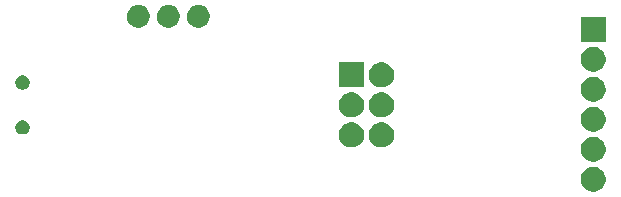
<source format=gbr>
G04 #@! TF.GenerationSoftware,KiCad,Pcbnew,5.1.5+dfsg1-2build2*
G04 #@! TF.CreationDate,2021-03-26T23:39:21+01:00*
G04 #@! TF.ProjectId,USB-I2C,5553422d-4932-4432-9e6b-696361645f70,rev?*
G04 #@! TF.SameCoordinates,Original*
G04 #@! TF.FileFunction,Soldermask,Bot*
G04 #@! TF.FilePolarity,Negative*
%FSLAX46Y46*%
G04 Gerber Fmt 4.6, Leading zero omitted, Abs format (unit mm)*
G04 Created by KiCad (PCBNEW 5.1.5+dfsg1-2build2) date 2021-03-26 23:39:21*
%MOMM*%
%LPD*%
G04 APERTURE LIST*
%ADD10C,0.100000*%
G04 APERTURE END LIST*
D10*
G36*
X199596687Y-113255027D02*
G01*
X199774274Y-113290350D01*
X199965362Y-113369502D01*
X200137336Y-113484411D01*
X200283589Y-113630664D01*
X200398498Y-113802638D01*
X200477650Y-113993726D01*
X200518000Y-114196584D01*
X200518000Y-114403416D01*
X200477650Y-114606274D01*
X200398498Y-114797362D01*
X200283589Y-114969336D01*
X200137336Y-115115589D01*
X199965362Y-115230498D01*
X199774274Y-115309650D01*
X199596687Y-115344973D01*
X199571417Y-115350000D01*
X199364583Y-115350000D01*
X199339313Y-115344973D01*
X199161726Y-115309650D01*
X198970638Y-115230498D01*
X198798664Y-115115589D01*
X198652411Y-114969336D01*
X198537502Y-114797362D01*
X198458350Y-114606274D01*
X198418000Y-114403416D01*
X198418000Y-114196584D01*
X198458350Y-113993726D01*
X198537502Y-113802638D01*
X198652411Y-113630664D01*
X198798664Y-113484411D01*
X198970638Y-113369502D01*
X199161726Y-113290350D01*
X199339313Y-113255027D01*
X199364583Y-113250000D01*
X199571417Y-113250000D01*
X199596687Y-113255027D01*
G37*
G36*
X199596687Y-110715027D02*
G01*
X199774274Y-110750350D01*
X199965362Y-110829502D01*
X200137336Y-110944411D01*
X200283589Y-111090664D01*
X200398498Y-111262638D01*
X200477650Y-111453726D01*
X200518000Y-111656584D01*
X200518000Y-111863416D01*
X200477650Y-112066274D01*
X200398498Y-112257362D01*
X200283589Y-112429336D01*
X200137336Y-112575589D01*
X199965362Y-112690498D01*
X199774274Y-112769650D01*
X199596687Y-112804973D01*
X199571417Y-112810000D01*
X199364583Y-112810000D01*
X199339313Y-112804973D01*
X199161726Y-112769650D01*
X198970638Y-112690498D01*
X198798664Y-112575589D01*
X198652411Y-112429336D01*
X198537502Y-112257362D01*
X198458350Y-112066274D01*
X198418000Y-111863416D01*
X198418000Y-111656584D01*
X198458350Y-111453726D01*
X198537502Y-111262638D01*
X198652411Y-111090664D01*
X198798664Y-110944411D01*
X198970638Y-110829502D01*
X199161726Y-110750350D01*
X199339313Y-110715027D01*
X199364583Y-110710000D01*
X199571417Y-110710000D01*
X199596687Y-110715027D01*
G37*
G36*
X181850240Y-109517273D02*
G01*
X182043802Y-109597449D01*
X182218005Y-109713848D01*
X182366152Y-109861995D01*
X182482551Y-110036198D01*
X182562727Y-110229760D01*
X182603600Y-110435243D01*
X182603600Y-110644757D01*
X182562727Y-110850240D01*
X182482551Y-111043802D01*
X182366152Y-111218005D01*
X182218005Y-111366152D01*
X182043802Y-111482551D01*
X181850240Y-111562727D01*
X181644757Y-111603600D01*
X181435243Y-111603600D01*
X181229760Y-111562727D01*
X181036198Y-111482551D01*
X180861995Y-111366152D01*
X180713848Y-111218005D01*
X180597449Y-111043802D01*
X180517273Y-110850240D01*
X180476400Y-110644757D01*
X180476400Y-110435243D01*
X180517273Y-110229760D01*
X180597449Y-110036198D01*
X180713848Y-109861995D01*
X180861995Y-109713848D01*
X181036198Y-109597449D01*
X181229760Y-109517273D01*
X181435243Y-109476400D01*
X181644757Y-109476400D01*
X181850240Y-109517273D01*
G37*
G36*
X179310240Y-109517273D02*
G01*
X179503802Y-109597449D01*
X179678005Y-109713848D01*
X179826152Y-109861995D01*
X179942551Y-110036198D01*
X180022727Y-110229760D01*
X180063600Y-110435243D01*
X180063600Y-110644757D01*
X180022727Y-110850240D01*
X179942551Y-111043802D01*
X179826152Y-111218005D01*
X179678005Y-111366152D01*
X179503802Y-111482551D01*
X179310240Y-111562727D01*
X179104757Y-111603600D01*
X178895243Y-111603600D01*
X178689760Y-111562727D01*
X178496198Y-111482551D01*
X178321995Y-111366152D01*
X178173848Y-111218005D01*
X178057449Y-111043802D01*
X177977273Y-110850240D01*
X177936400Y-110644757D01*
X177936400Y-110435243D01*
X177977273Y-110229760D01*
X178057449Y-110036198D01*
X178173848Y-109861995D01*
X178321995Y-109713848D01*
X178496198Y-109597449D01*
X178689760Y-109517273D01*
X178895243Y-109476400D01*
X179104757Y-109476400D01*
X179310240Y-109517273D01*
G37*
G36*
X151320958Y-109321610D02*
G01*
X151429927Y-109366747D01*
X151429929Y-109366748D01*
X151528000Y-109432277D01*
X151611403Y-109515680D01*
X151666039Y-109597449D01*
X151676933Y-109613753D01*
X151722070Y-109722722D01*
X151745080Y-109838404D01*
X151745080Y-109956356D01*
X151722070Y-110072038D01*
X151689570Y-110150498D01*
X151676932Y-110181009D01*
X151611403Y-110279080D01*
X151528000Y-110362483D01*
X151429929Y-110428012D01*
X151429928Y-110428013D01*
X151429927Y-110428013D01*
X151320958Y-110473150D01*
X151205276Y-110496160D01*
X151087324Y-110496160D01*
X150971642Y-110473150D01*
X150862673Y-110428013D01*
X150862672Y-110428013D01*
X150862671Y-110428012D01*
X150764600Y-110362483D01*
X150681197Y-110279080D01*
X150615668Y-110181009D01*
X150603030Y-110150498D01*
X150570530Y-110072038D01*
X150547520Y-109956356D01*
X150547520Y-109838404D01*
X150570530Y-109722722D01*
X150615667Y-109613753D01*
X150626561Y-109597449D01*
X150681197Y-109515680D01*
X150764600Y-109432277D01*
X150862671Y-109366748D01*
X150862673Y-109366747D01*
X150971642Y-109321610D01*
X151087324Y-109298600D01*
X151205276Y-109298600D01*
X151320958Y-109321610D01*
G37*
G36*
X199596687Y-108175027D02*
G01*
X199774274Y-108210350D01*
X199965362Y-108289502D01*
X200137336Y-108404411D01*
X200283589Y-108550664D01*
X200398498Y-108722638D01*
X200477650Y-108913726D01*
X200518000Y-109116584D01*
X200518000Y-109323416D01*
X200477650Y-109526274D01*
X200398498Y-109717362D01*
X200283589Y-109889336D01*
X200137336Y-110035589D01*
X199965362Y-110150498D01*
X199774274Y-110229650D01*
X199596687Y-110264973D01*
X199571417Y-110270000D01*
X199364583Y-110270000D01*
X199339313Y-110264973D01*
X199161726Y-110229650D01*
X198970638Y-110150498D01*
X198798664Y-110035589D01*
X198652411Y-109889336D01*
X198537502Y-109717362D01*
X198458350Y-109526274D01*
X198418000Y-109323416D01*
X198418000Y-109116584D01*
X198458350Y-108913726D01*
X198537502Y-108722638D01*
X198652411Y-108550664D01*
X198798664Y-108404411D01*
X198970638Y-108289502D01*
X199161726Y-108210350D01*
X199339313Y-108175027D01*
X199364583Y-108170000D01*
X199571417Y-108170000D01*
X199596687Y-108175027D01*
G37*
G36*
X179310240Y-106977273D02*
G01*
X179503802Y-107057449D01*
X179678005Y-107173848D01*
X179826152Y-107321995D01*
X179942551Y-107496198D01*
X180022727Y-107689760D01*
X180063600Y-107895243D01*
X180063600Y-108104757D01*
X180022727Y-108310240D01*
X179942551Y-108503802D01*
X179826152Y-108678005D01*
X179678005Y-108826152D01*
X179503802Y-108942551D01*
X179310240Y-109022727D01*
X179104757Y-109063600D01*
X178895243Y-109063600D01*
X178689760Y-109022727D01*
X178496198Y-108942551D01*
X178321995Y-108826152D01*
X178173848Y-108678005D01*
X178057449Y-108503802D01*
X177977273Y-108310240D01*
X177936400Y-108104757D01*
X177936400Y-107895243D01*
X177977273Y-107689760D01*
X178057449Y-107496198D01*
X178173848Y-107321995D01*
X178321995Y-107173848D01*
X178496198Y-107057449D01*
X178689760Y-106977273D01*
X178895243Y-106936400D01*
X179104757Y-106936400D01*
X179310240Y-106977273D01*
G37*
G36*
X181850240Y-106977273D02*
G01*
X182043802Y-107057449D01*
X182218005Y-107173848D01*
X182366152Y-107321995D01*
X182482551Y-107496198D01*
X182562727Y-107689760D01*
X182603600Y-107895243D01*
X182603600Y-108104757D01*
X182562727Y-108310240D01*
X182482551Y-108503802D01*
X182366152Y-108678005D01*
X182218005Y-108826152D01*
X182043802Y-108942551D01*
X181850240Y-109022727D01*
X181644757Y-109063600D01*
X181435243Y-109063600D01*
X181229760Y-109022727D01*
X181036198Y-108942551D01*
X180861995Y-108826152D01*
X180713848Y-108678005D01*
X180597449Y-108503802D01*
X180517273Y-108310240D01*
X180476400Y-108104757D01*
X180476400Y-107895243D01*
X180517273Y-107689760D01*
X180597449Y-107496198D01*
X180713848Y-107321995D01*
X180861995Y-107173848D01*
X181036198Y-107057449D01*
X181229760Y-106977273D01*
X181435243Y-106936400D01*
X181644757Y-106936400D01*
X181850240Y-106977273D01*
G37*
G36*
X199596433Y-105634976D02*
G01*
X199774274Y-105670350D01*
X199965362Y-105749502D01*
X200137336Y-105864411D01*
X200283589Y-106010664D01*
X200398498Y-106182638D01*
X200477650Y-106373726D01*
X200499331Y-106482727D01*
X200515733Y-106565184D01*
X200518000Y-106576584D01*
X200518000Y-106783416D01*
X200477650Y-106986274D01*
X200398498Y-107177362D01*
X200283589Y-107349336D01*
X200137336Y-107495589D01*
X199965362Y-107610498D01*
X199774274Y-107689650D01*
X199596687Y-107724973D01*
X199571417Y-107730000D01*
X199364583Y-107730000D01*
X199339313Y-107724973D01*
X199161726Y-107689650D01*
X198970638Y-107610498D01*
X198798664Y-107495589D01*
X198652411Y-107349336D01*
X198537502Y-107177362D01*
X198458350Y-106986274D01*
X198418000Y-106783416D01*
X198418000Y-106576584D01*
X198420268Y-106565184D01*
X198436669Y-106482727D01*
X198458350Y-106373726D01*
X198537502Y-106182638D01*
X198652411Y-106010664D01*
X198798664Y-105864411D01*
X198970638Y-105749502D01*
X199161726Y-105670350D01*
X199339567Y-105634976D01*
X199364583Y-105630000D01*
X199571417Y-105630000D01*
X199596433Y-105634976D01*
G37*
G36*
X151323498Y-105524310D02*
G01*
X151421144Y-105564757D01*
X151432469Y-105569448D01*
X151530540Y-105634977D01*
X151613943Y-105718380D01*
X151648595Y-105770241D01*
X151679473Y-105816453D01*
X151724610Y-105925422D01*
X151747620Y-106041104D01*
X151747620Y-106159056D01*
X151724610Y-106274738D01*
X151683607Y-106373726D01*
X151679472Y-106383709D01*
X151613943Y-106481780D01*
X151530540Y-106565183D01*
X151432469Y-106630712D01*
X151432468Y-106630713D01*
X151432467Y-106630713D01*
X151323498Y-106675850D01*
X151207816Y-106698860D01*
X151089864Y-106698860D01*
X150974182Y-106675850D01*
X150865213Y-106630713D01*
X150865212Y-106630713D01*
X150865211Y-106630712D01*
X150767140Y-106565183D01*
X150683737Y-106481780D01*
X150618208Y-106383709D01*
X150614073Y-106373726D01*
X150573070Y-106274738D01*
X150550060Y-106159056D01*
X150550060Y-106041104D01*
X150573070Y-105925422D01*
X150618207Y-105816453D01*
X150649085Y-105770241D01*
X150683737Y-105718380D01*
X150767140Y-105634977D01*
X150865211Y-105569448D01*
X150876536Y-105564757D01*
X150974182Y-105524310D01*
X151089864Y-105501300D01*
X151207816Y-105501300D01*
X151323498Y-105524310D01*
G37*
G36*
X180063600Y-106523600D02*
G01*
X177936400Y-106523600D01*
X177936400Y-104396400D01*
X180063600Y-104396400D01*
X180063600Y-106523600D01*
G37*
G36*
X181850240Y-104437273D02*
G01*
X182043802Y-104517449D01*
X182218005Y-104633848D01*
X182366152Y-104781995D01*
X182482551Y-104956198D01*
X182562727Y-105149760D01*
X182603600Y-105355243D01*
X182603600Y-105564757D01*
X182562727Y-105770240D01*
X182482551Y-105963802D01*
X182366152Y-106138005D01*
X182218005Y-106286152D01*
X182043802Y-106402551D01*
X181850240Y-106482727D01*
X181644757Y-106523600D01*
X181435243Y-106523600D01*
X181229760Y-106482727D01*
X181036198Y-106402551D01*
X180861995Y-106286152D01*
X180713848Y-106138005D01*
X180597449Y-105963802D01*
X180517273Y-105770240D01*
X180476400Y-105564757D01*
X180476400Y-105355243D01*
X180517273Y-105149760D01*
X180597449Y-104956198D01*
X180713848Y-104781995D01*
X180861995Y-104633848D01*
X181036198Y-104517449D01*
X181229760Y-104437273D01*
X181435243Y-104396400D01*
X181644757Y-104396400D01*
X181850240Y-104437273D01*
G37*
G36*
X199596687Y-103095027D02*
G01*
X199774274Y-103130350D01*
X199965362Y-103209502D01*
X200137336Y-103324411D01*
X200283589Y-103470664D01*
X200398498Y-103642638D01*
X200477650Y-103833726D01*
X200518000Y-104036584D01*
X200518000Y-104243416D01*
X200477650Y-104446274D01*
X200398498Y-104637362D01*
X200283589Y-104809336D01*
X200137336Y-104955589D01*
X199965362Y-105070498D01*
X199774274Y-105149650D01*
X199596687Y-105184973D01*
X199571417Y-105190000D01*
X199364583Y-105190000D01*
X199339313Y-105184973D01*
X199161726Y-105149650D01*
X198970638Y-105070498D01*
X198798664Y-104955589D01*
X198652411Y-104809336D01*
X198537502Y-104637362D01*
X198458350Y-104446274D01*
X198418000Y-104243416D01*
X198418000Y-104036584D01*
X198458350Y-103833726D01*
X198537502Y-103642638D01*
X198652411Y-103470664D01*
X198798664Y-103324411D01*
X198970638Y-103209502D01*
X199161726Y-103130350D01*
X199339313Y-103095027D01*
X199364583Y-103090000D01*
X199571417Y-103090000D01*
X199596687Y-103095027D01*
G37*
G36*
X200518000Y-102650000D02*
G01*
X198418000Y-102650000D01*
X198418000Y-100550000D01*
X200518000Y-100550000D01*
X200518000Y-102650000D01*
G37*
G36*
X166320604Y-99574968D02*
G01*
X166408142Y-99611228D01*
X166495678Y-99647486D01*
X166495679Y-99647487D01*
X166653237Y-99752763D01*
X166787237Y-99886763D01*
X166875007Y-100018121D01*
X166892514Y-100044322D01*
X166965032Y-100219396D01*
X167002000Y-100405250D01*
X167002000Y-100594750D01*
X166965032Y-100780604D01*
X166892514Y-100955678D01*
X166892513Y-100955679D01*
X166787237Y-101113237D01*
X166653237Y-101247237D01*
X166521879Y-101335007D01*
X166495678Y-101352514D01*
X166320604Y-101425032D01*
X166134750Y-101462000D01*
X165945250Y-101462000D01*
X165759396Y-101425032D01*
X165671858Y-101388772D01*
X165584322Y-101352514D01*
X165558121Y-101335007D01*
X165426763Y-101247237D01*
X165292763Y-101113237D01*
X165187487Y-100955679D01*
X165187486Y-100955678D01*
X165114968Y-100780604D01*
X165078000Y-100594750D01*
X165078000Y-100405250D01*
X165114968Y-100219396D01*
X165151228Y-100131858D01*
X165187486Y-100044322D01*
X165204993Y-100018121D01*
X165292763Y-99886763D01*
X165426763Y-99752763D01*
X165584321Y-99647487D01*
X165584322Y-99647486D01*
X165671858Y-99611228D01*
X165759396Y-99574968D01*
X165945250Y-99538000D01*
X166134750Y-99538000D01*
X166320604Y-99574968D01*
G37*
G36*
X163780604Y-99574968D02*
G01*
X163868142Y-99611228D01*
X163955678Y-99647486D01*
X163955679Y-99647487D01*
X164113237Y-99752763D01*
X164247237Y-99886763D01*
X164335007Y-100018121D01*
X164352514Y-100044322D01*
X164425032Y-100219396D01*
X164462000Y-100405250D01*
X164462000Y-100594750D01*
X164425032Y-100780604D01*
X164352514Y-100955678D01*
X164352513Y-100955679D01*
X164247237Y-101113237D01*
X164113237Y-101247237D01*
X163981879Y-101335007D01*
X163955678Y-101352514D01*
X163780604Y-101425032D01*
X163594750Y-101462000D01*
X163405250Y-101462000D01*
X163219396Y-101425032D01*
X163131858Y-101388772D01*
X163044322Y-101352514D01*
X163018121Y-101335007D01*
X162886763Y-101247237D01*
X162752763Y-101113237D01*
X162647487Y-100955679D01*
X162647486Y-100955678D01*
X162574968Y-100780604D01*
X162538000Y-100594750D01*
X162538000Y-100405250D01*
X162574968Y-100219396D01*
X162611228Y-100131858D01*
X162647486Y-100044322D01*
X162664993Y-100018121D01*
X162752763Y-99886763D01*
X162886763Y-99752763D01*
X163044321Y-99647487D01*
X163044322Y-99647486D01*
X163131858Y-99611228D01*
X163219396Y-99574968D01*
X163405250Y-99538000D01*
X163594750Y-99538000D01*
X163780604Y-99574968D01*
G37*
G36*
X161240604Y-99574968D02*
G01*
X161328142Y-99611228D01*
X161415678Y-99647486D01*
X161415679Y-99647487D01*
X161573237Y-99752763D01*
X161707237Y-99886763D01*
X161795007Y-100018121D01*
X161812514Y-100044322D01*
X161885032Y-100219396D01*
X161922000Y-100405250D01*
X161922000Y-100594750D01*
X161885032Y-100780604D01*
X161812514Y-100955678D01*
X161812513Y-100955679D01*
X161707237Y-101113237D01*
X161573237Y-101247237D01*
X161441879Y-101335007D01*
X161415678Y-101352514D01*
X161240604Y-101425032D01*
X161054750Y-101462000D01*
X160865250Y-101462000D01*
X160679396Y-101425032D01*
X160591858Y-101388772D01*
X160504322Y-101352514D01*
X160478121Y-101335007D01*
X160346763Y-101247237D01*
X160212763Y-101113237D01*
X160107487Y-100955679D01*
X160107486Y-100955678D01*
X160034968Y-100780604D01*
X159998000Y-100594750D01*
X159998000Y-100405250D01*
X160034968Y-100219396D01*
X160071228Y-100131858D01*
X160107486Y-100044322D01*
X160124993Y-100018121D01*
X160212763Y-99886763D01*
X160346763Y-99752763D01*
X160504321Y-99647487D01*
X160504322Y-99647486D01*
X160591858Y-99611228D01*
X160679396Y-99574968D01*
X160865250Y-99538000D01*
X161054750Y-99538000D01*
X161240604Y-99574968D01*
G37*
M02*

</source>
